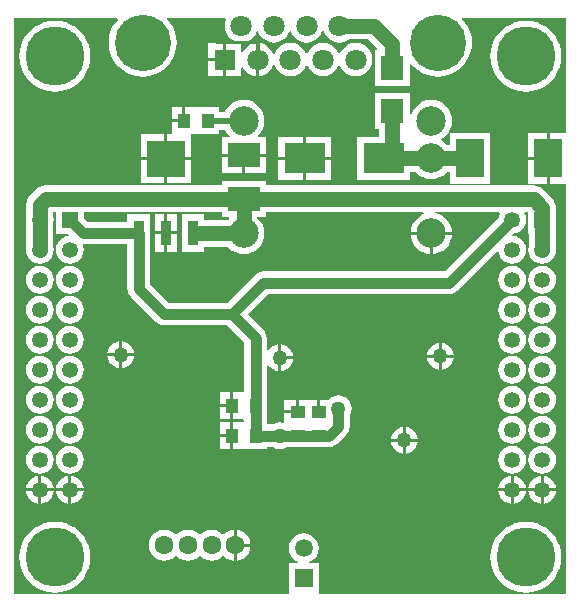
<source format=gbl>
%FSLAX25Y25*%
%MOIN*%
G70*
G01*
G75*
G04 Layer_Physical_Order=2*
G04 Layer_Color=16711680*
%ADD10R,0.05118X0.03937*%
%ADD11R,0.04724X0.05512*%
%ADD12R,0.04724X0.05512*%
%ADD13R,0.02362X0.06102*%
%ADD14O,0.02362X0.06102*%
%ADD15R,0.03937X0.05118*%
%ADD16R,0.04724X0.05118*%
%ADD17R,0.00984X0.05709*%
%ADD18R,0.05709X0.00984*%
%ADD19O,0.05709X0.00984*%
%ADD20C,0.01000*%
%ADD21C,0.02000*%
%ADD22C,0.05000*%
%ADD23C,0.09843*%
%ADD24R,0.05906X0.05906*%
%ADD25C,0.05906*%
%ADD26C,0.07087*%
%ADD27R,0.07087X0.07087*%
%ADD28C,0.18740*%
%ADD29C,0.06299*%
%ADD30C,0.05315*%
%ADD31R,0.05315X0.05315*%
%ADD32C,0.05000*%
%ADD33C,0.19685*%
%ADD34R,0.10827X0.08071*%
%ADD35R,0.07717X0.08032*%
%ADD36R,0.03543X0.08465*%
%ADD37R,0.03543X0.08465*%
%ADD38R,0.12795X0.12402*%
%ADD39R,0.09449X0.12992*%
%ADD40R,0.13780X0.10236*%
%ADD41C,0.03500*%
G36*
X759505Y544965D02*
X753992D01*
Y536499D01*
Y528035D01*
X759505D01*
Y391082D01*
X676921D01*
Y391579D01*
X676921D01*
Y401421D01*
X673880D01*
X673783Y401912D01*
X674482Y402201D01*
X675510Y402990D01*
X676299Y404018D01*
X676795Y405215D01*
X676964Y406500D01*
X676795Y407785D01*
X676299Y408982D01*
X675510Y410010D01*
X674482Y410799D01*
X673285Y411295D01*
X672000Y411464D01*
X670715Y411295D01*
X669518Y410799D01*
X668490Y410010D01*
X667701Y408982D01*
X667205Y407785D01*
X667036Y406500D01*
X667205Y405215D01*
X667701Y404018D01*
X668490Y402990D01*
X669518Y402201D01*
X670217Y401912D01*
X670120Y401421D01*
X667079D01*
Y391579D01*
X667079D01*
Y391435D01*
X666725Y391082D01*
X575346D01*
Y583115D01*
X609730D01*
X609939Y582661D01*
X609106Y581685D01*
X608173Y580163D01*
X607490Y578515D01*
X607073Y576779D01*
X606933Y575000D01*
X607073Y573221D01*
X607490Y571485D01*
X608173Y569837D01*
X609106Y568315D01*
X610265Y566958D01*
X611622Y565799D01*
X613144Y564866D01*
X614792Y564183D01*
X616528Y563766D01*
X618307Y563626D01*
X620086Y563766D01*
X621822Y564183D01*
X623471Y564866D01*
X624992Y565799D01*
X626349Y566958D01*
X627509Y568315D01*
X628441Y569837D01*
X629124Y571485D01*
X629541Y573221D01*
X629681Y575000D01*
X629541Y576779D01*
X629124Y578515D01*
X628441Y580163D01*
X627509Y581685D01*
X626349Y583042D01*
X626376Y583115D01*
X645772D01*
X646049Y582699D01*
X645772Y582029D01*
X645582Y580591D01*
X645772Y579152D01*
X646327Y577811D01*
X647211Y576659D01*
X648362Y575776D01*
X649242Y575412D01*
X649144Y574921D01*
X646189D01*
Y569408D01*
Y563898D01*
X651201D01*
Y566747D01*
X651691Y566844D01*
X651780Y566630D01*
X652663Y565478D01*
X653815Y564595D01*
X655156Y564040D01*
X656095Y563916D01*
Y569408D01*
Y574903D01*
X655156Y574779D01*
X653815Y574224D01*
X652663Y573341D01*
X651780Y572189D01*
X651691Y571975D01*
X651201Y572072D01*
Y574921D01*
X651201D01*
Y575039D01*
X652581Y575221D01*
X653921Y575776D01*
X655073Y576659D01*
X655956Y577811D01*
X656345Y578748D01*
X656845D01*
X657233Y577811D01*
X658116Y576659D01*
X659268Y575776D01*
X660608Y575221D01*
X662047Y575031D01*
X663486Y575221D01*
X664827Y575776D01*
X665978Y576659D01*
X666862Y577811D01*
X667250Y578748D01*
X667750D01*
X668138Y577811D01*
X669022Y576659D01*
X670173Y575776D01*
X671514Y575221D01*
X672953Y575031D01*
X674392Y575221D01*
X675732Y575776D01*
X676884Y576659D01*
X677767Y577811D01*
X678156Y578748D01*
X678655D01*
X679044Y577811D01*
X679927Y576659D01*
X681079Y575776D01*
X682419Y575221D01*
X683858Y575031D01*
X685297Y575221D01*
X686638Y575776D01*
X687039Y576084D01*
X693543D01*
X696554Y573072D01*
X696362Y572610D01*
X695673D01*
Y560642D01*
X707327D01*
Y567785D01*
X707796Y567958D01*
X708650Y566958D01*
X710008Y565799D01*
X711529Y564866D01*
X713178Y564183D01*
X714914Y563766D01*
X716693Y563626D01*
X718472Y563766D01*
X720208Y564183D01*
X721856Y564866D01*
X723378Y565799D01*
X724735Y566958D01*
X725894Y568315D01*
X726827Y569837D01*
X727510Y571485D01*
X727926Y573221D01*
X728067Y575000D01*
X727926Y576779D01*
X727510Y578515D01*
X726827Y580163D01*
X725894Y581685D01*
X724735Y583042D01*
X724762Y583115D01*
X759505D01*
Y544965D01*
D02*
G37*
%LPC*%
G36*
X751500Y450666D02*
X750292Y450507D01*
X749167Y450041D01*
X748201Y449299D01*
X747459Y448333D01*
X746993Y447208D01*
X746834Y446000D01*
X746993Y444792D01*
X747459Y443667D01*
X748201Y442701D01*
X749167Y441959D01*
X750292Y441493D01*
X751500Y441334D01*
X752708Y441493D01*
X753833Y441959D01*
X754799Y442701D01*
X755541Y443667D01*
X756007Y444792D01*
X756166Y446000D01*
X756007Y447208D01*
X755541Y448333D01*
X754799Y449299D01*
X753833Y450041D01*
X752708Y450507D01*
X751500Y450666D01*
D02*
G37*
G36*
X741500D02*
X740292Y450507D01*
X739167Y450041D01*
X738201Y449299D01*
X737459Y448333D01*
X736993Y447208D01*
X736834Y446000D01*
X736993Y444792D01*
X737459Y443667D01*
X738201Y442701D01*
X739167Y441959D01*
X740292Y441493D01*
X741500Y441334D01*
X742708Y441493D01*
X743833Y441959D01*
X744799Y442701D01*
X745541Y443667D01*
X746007Y444792D01*
X746166Y446000D01*
X746007Y447208D01*
X745541Y448333D01*
X744799Y449299D01*
X743833Y450041D01*
X742708Y450507D01*
X741500Y450666D01*
D02*
G37*
G36*
X647563Y448527D02*
X644126D01*
Y444500D01*
X647563D01*
Y448527D01*
D02*
G37*
G36*
X706000Y446941D02*
Y443000D01*
X709941D01*
X709854Y443667D01*
X709403Y444754D01*
X708687Y445687D01*
X707754Y446403D01*
X706667Y446853D01*
X706000Y446941D01*
D02*
G37*
G36*
X705000D02*
X704333Y446853D01*
X703246Y446403D01*
X702313Y445687D01*
X701597Y444754D01*
X701147Y443667D01*
X701059Y443000D01*
X705000D01*
Y446941D01*
D02*
G37*
G36*
X594000Y450666D02*
X592792Y450507D01*
X591667Y450041D01*
X590701Y449299D01*
X589959Y448333D01*
X589493Y447208D01*
X589334Y446000D01*
X589493Y444792D01*
X589959Y443667D01*
X590701Y442701D01*
X591667Y441959D01*
X592792Y441493D01*
X594000Y441334D01*
X595208Y441493D01*
X596333Y441959D01*
X597299Y442701D01*
X598041Y443667D01*
X598507Y444792D01*
X598666Y446000D01*
X598507Y447208D01*
X598041Y448333D01*
X597299Y449299D01*
X596333Y450041D01*
X595208Y450507D01*
X594000Y450666D01*
D02*
G37*
G36*
X705000Y442000D02*
X701059D01*
X701147Y441333D01*
X701597Y440246D01*
X702313Y439313D01*
X703246Y438597D01*
X704333Y438146D01*
X705000Y438059D01*
Y442000D01*
D02*
G37*
G36*
X751500Y440666D02*
X750292Y440507D01*
X749167Y440041D01*
X748201Y439299D01*
X747459Y438333D01*
X746993Y437208D01*
X746834Y436000D01*
X746993Y434792D01*
X747459Y433667D01*
X748201Y432701D01*
X749167Y431959D01*
X750292Y431493D01*
X751500Y431334D01*
X752708Y431493D01*
X753833Y431959D01*
X754799Y432701D01*
X755541Y433667D01*
X756007Y434792D01*
X756166Y436000D01*
X756007Y437208D01*
X755541Y438333D01*
X754799Y439299D01*
X753833Y440041D01*
X752708Y440507D01*
X751500Y440666D01*
D02*
G37*
G36*
X709941Y442000D02*
X706000D01*
Y438059D01*
X706667Y438146D01*
X707754Y438597D01*
X708687Y439313D01*
X709403Y440246D01*
X709854Y441333D01*
X709941Y442000D01*
D02*
G37*
G36*
X584000Y450666D02*
X582792Y450507D01*
X581667Y450041D01*
X580701Y449299D01*
X579959Y448333D01*
X579493Y447208D01*
X579334Y446000D01*
X579493Y444792D01*
X579959Y443667D01*
X580701Y442701D01*
X581667Y441959D01*
X582792Y441493D01*
X584000Y441334D01*
X585208Y441493D01*
X586333Y441959D01*
X587299Y442701D01*
X588041Y443667D01*
X588507Y444792D01*
X588666Y446000D01*
X588507Y447208D01*
X588041Y448333D01*
X587299Y449299D01*
X586333Y450041D01*
X585208Y450507D01*
X584000Y450666D01*
D02*
G37*
G36*
X647563Y443500D02*
X644126D01*
Y439472D01*
X647563D01*
Y443500D01*
D02*
G37*
G36*
Y453500D02*
X644126D01*
Y449473D01*
X647563D01*
Y453500D01*
D02*
G37*
G36*
X594000Y470666D02*
X592792Y470507D01*
X591667Y470041D01*
X590701Y469299D01*
X589959Y468333D01*
X589493Y467208D01*
X589334Y466000D01*
X589493Y464792D01*
X589959Y463667D01*
X590701Y462701D01*
X591667Y461959D01*
X592792Y461493D01*
X594000Y461334D01*
X595208Y461493D01*
X596333Y461959D01*
X597299Y462701D01*
X598041Y463667D01*
X598507Y464792D01*
X598666Y466000D01*
X598507Y467208D01*
X598041Y468333D01*
X597299Y469299D01*
X596333Y470041D01*
X595208Y470507D01*
X594000Y470666D01*
D02*
G37*
G36*
X584000D02*
X582792Y470507D01*
X581667Y470041D01*
X580701Y469299D01*
X579959Y468333D01*
X579493Y467208D01*
X579334Y466000D01*
X579493Y464792D01*
X579959Y463667D01*
X580701Y462701D01*
X581667Y461959D01*
X582792Y461493D01*
X584000Y461334D01*
X585208Y461493D01*
X586333Y461959D01*
X587299Y462701D01*
X588041Y463667D01*
X588507Y464792D01*
X588666Y466000D01*
X588507Y467208D01*
X588041Y468333D01*
X587299Y469299D01*
X586333Y470041D01*
X585208Y470507D01*
X584000Y470666D01*
D02*
G37*
G36*
X741500D02*
X740292Y470507D01*
X739167Y470041D01*
X738201Y469299D01*
X737459Y468333D01*
X736993Y467208D01*
X736834Y466000D01*
X736993Y464792D01*
X737459Y463667D01*
X738201Y462701D01*
X739167Y461959D01*
X740292Y461493D01*
X741500Y461334D01*
X742708Y461493D01*
X743833Y461959D01*
X744799Y462701D01*
X745541Y463667D01*
X746007Y464792D01*
X746166Y466000D01*
X746007Y467208D01*
X745541Y468333D01*
X744799Y469299D01*
X743833Y470041D01*
X742708Y470507D01*
X741500Y470666D01*
D02*
G37*
G36*
X668441Y469500D02*
X664500D01*
Y465559D01*
X665167Y465647D01*
X666254Y466097D01*
X667187Y466813D01*
X667903Y467746D01*
X668354Y468833D01*
X668441Y469500D01*
D02*
G37*
G36*
X751500Y470666D02*
X750292Y470507D01*
X749167Y470041D01*
X748201Y469299D01*
X747459Y468333D01*
X746993Y467208D01*
X746834Y466000D01*
X746993Y464792D01*
X747459Y463667D01*
X748201Y462701D01*
X749167Y461959D01*
X750292Y461493D01*
X751500Y461334D01*
X752708Y461493D01*
X753833Y461959D01*
X754799Y462701D01*
X755541Y463667D01*
X756007Y464792D01*
X756166Y466000D01*
X756007Y467208D01*
X755541Y468333D01*
X754799Y469299D01*
X753833Y470041D01*
X752708Y470507D01*
X751500Y470666D01*
D02*
G37*
G36*
X647563Y458528D02*
X644126D01*
Y454500D01*
X647563D01*
Y458528D01*
D02*
G37*
G36*
X594000Y460666D02*
X592792Y460507D01*
X591667Y460041D01*
X590701Y459299D01*
X589959Y458333D01*
X589493Y457208D01*
X589334Y456000D01*
X589493Y454792D01*
X589959Y453667D01*
X590701Y452701D01*
X591667Y451959D01*
X592792Y451493D01*
X594000Y451334D01*
X595208Y451493D01*
X596333Y451959D01*
X597299Y452701D01*
X598041Y453667D01*
X598507Y454792D01*
X598666Y456000D01*
X598507Y457208D01*
X598041Y458333D01*
X597299Y459299D01*
X596333Y460041D01*
X595208Y460507D01*
X594000Y460666D01*
D02*
G37*
G36*
X584000D02*
X582792Y460507D01*
X581667Y460041D01*
X580701Y459299D01*
X579959Y458333D01*
X579493Y457208D01*
X579334Y456000D01*
X579493Y454792D01*
X579959Y453667D01*
X580701Y452701D01*
X581667Y451959D01*
X582792Y451493D01*
X584000Y451334D01*
X585208Y451493D01*
X586333Y451959D01*
X587299Y452701D01*
X588041Y453667D01*
X588507Y454792D01*
X588666Y456000D01*
X588507Y457208D01*
X588041Y458333D01*
X587299Y459299D01*
X586333Y460041D01*
X585208Y460507D01*
X584000Y460666D01*
D02*
G37*
G36*
X741500D02*
X740292Y460507D01*
X739167Y460041D01*
X738201Y459299D01*
X737459Y458333D01*
X736993Y457208D01*
X736834Y456000D01*
X736993Y454792D01*
X737459Y453667D01*
X738201Y452701D01*
X739167Y451959D01*
X740292Y451493D01*
X741500Y451334D01*
X742708Y451493D01*
X743833Y451959D01*
X744799Y452701D01*
X745541Y453667D01*
X746007Y454792D01*
X746166Y456000D01*
X746007Y457208D01*
X745541Y458333D01*
X744799Y459299D01*
X743833Y460041D01*
X742708Y460507D01*
X741500Y460666D01*
D02*
G37*
G36*
X669500Y455874D02*
X665473D01*
Y452437D01*
X669500D01*
Y455874D01*
D02*
G37*
G36*
X751500Y460666D02*
X750292Y460507D01*
X749167Y460041D01*
X748201Y459299D01*
X747459Y458333D01*
X746993Y457208D01*
X746834Y456000D01*
X746993Y454792D01*
X747459Y453667D01*
X748201Y452701D01*
X749167Y451959D01*
X750292Y451493D01*
X751500Y451334D01*
X752708Y451493D01*
X753833Y451959D01*
X754799Y452701D01*
X755541Y453667D01*
X756007Y454792D01*
X756166Y456000D01*
X756007Y457208D01*
X755541Y458333D01*
X754799Y459299D01*
X753833Y460041D01*
X752708Y460507D01*
X751500Y460666D01*
D02*
G37*
G36*
X741500Y440666D02*
X740292Y440507D01*
X739167Y440041D01*
X738201Y439299D01*
X737459Y438333D01*
X736993Y437208D01*
X736834Y436000D01*
X736993Y434792D01*
X737459Y433667D01*
X738201Y432701D01*
X739167Y431959D01*
X740292Y431493D01*
X741500Y431334D01*
X742708Y431493D01*
X743833Y431959D01*
X744799Y432701D01*
X745541Y433667D01*
X746007Y434792D01*
X746166Y436000D01*
X746007Y437208D01*
X745541Y438333D01*
X744799Y439299D01*
X743833Y440041D01*
X742708Y440507D01*
X741500Y440666D01*
D02*
G37*
G36*
X593500Y425500D02*
X589400D01*
X589493Y424792D01*
X589959Y423667D01*
X590701Y422701D01*
X591667Y421959D01*
X592792Y421493D01*
X593500Y421400D01*
Y425500D01*
D02*
G37*
G36*
X588600D02*
X584500D01*
Y421400D01*
X585208Y421493D01*
X586333Y421959D01*
X587299Y422701D01*
X588041Y423667D01*
X588507Y424792D01*
X588600Y425500D01*
D02*
G37*
G36*
X598600D02*
X594500D01*
Y421400D01*
X595208Y421493D01*
X596333Y421959D01*
X597299Y422701D01*
X598041Y423667D01*
X598507Y424792D01*
X598600Y425500D01*
D02*
G37*
G36*
X746100D02*
X742000D01*
Y421400D01*
X742708Y421493D01*
X743833Y421959D01*
X744799Y422701D01*
X745541Y423667D01*
X746007Y424792D01*
X746100Y425500D01*
D02*
G37*
G36*
X741000D02*
X736900D01*
X736993Y424792D01*
X737459Y423667D01*
X738201Y422701D01*
X739167Y421959D01*
X740292Y421493D01*
X741000Y421400D01*
Y425500D01*
D02*
G37*
G36*
X583500D02*
X579400D01*
X579493Y424792D01*
X579959Y423667D01*
X580701Y422701D01*
X581667Y421959D01*
X582792Y421493D01*
X583500Y421400D01*
Y425500D01*
D02*
G37*
G36*
X746000Y415347D02*
X744147Y415202D01*
X742339Y414768D01*
X740621Y414056D01*
X739036Y413085D01*
X737622Y411877D01*
X736415Y410464D01*
X735444Y408879D01*
X734732Y407161D01*
X734298Y405353D01*
X734153Y403500D01*
X734298Y401647D01*
X734732Y399839D01*
X735444Y398121D01*
X736415Y396536D01*
X737622Y395123D01*
X739036Y393915D01*
X740621Y392944D01*
X742339Y392232D01*
X744147Y391798D01*
X746000Y391652D01*
X747853Y391798D01*
X749661Y392232D01*
X751379Y392944D01*
X752964Y393915D01*
X754378Y395123D01*
X755585Y396536D01*
X756556Y398121D01*
X757268Y399839D01*
X757702Y401647D01*
X757847Y403500D01*
X757702Y405353D01*
X757268Y407161D01*
X756556Y408879D01*
X755585Y410464D01*
X754378Y411877D01*
X752964Y413085D01*
X751379Y414056D01*
X749661Y414768D01*
X747853Y415202D01*
X746000Y415347D01*
D02*
G37*
G36*
X589000D02*
X587147Y415202D01*
X585339Y414768D01*
X583621Y414056D01*
X582036Y413085D01*
X580622Y411877D01*
X579415Y410464D01*
X578444Y408879D01*
X577732Y407161D01*
X577298Y405353D01*
X577152Y403500D01*
X577298Y401647D01*
X577732Y399839D01*
X578444Y398121D01*
X579415Y396536D01*
X580622Y395123D01*
X582036Y393915D01*
X583621Y392944D01*
X585339Y392232D01*
X587147Y391798D01*
X589000Y391652D01*
X590853Y391798D01*
X592661Y392232D01*
X594379Y392944D01*
X595964Y393915D01*
X597377Y395123D01*
X598585Y396536D01*
X599556Y398121D01*
X600268Y399839D01*
X600702Y401647D01*
X600847Y403500D01*
X600702Y405353D01*
X600268Y407161D01*
X599556Y408879D01*
X598585Y410464D01*
X597377Y411877D01*
X595964Y413085D01*
X594379Y414056D01*
X592661Y414768D01*
X590853Y415202D01*
X589000Y415347D01*
D02*
G37*
G36*
X654218Y407000D02*
X649622D01*
Y402404D01*
X650458Y402514D01*
X651703Y403029D01*
X652772Y403850D01*
X653593Y404919D01*
X654108Y406164D01*
X654218Y407000D01*
D02*
G37*
G36*
X641248Y412662D02*
X639912Y412486D01*
X638667Y411971D01*
X637598Y411150D01*
X637561Y411102D01*
X637061D01*
X637024Y411150D01*
X635955Y411971D01*
X634710Y412486D01*
X633374Y412662D01*
X632038Y412486D01*
X630793Y411971D01*
X629724Y411150D01*
X629687Y411102D01*
X629187D01*
X629150Y411150D01*
X628081Y411971D01*
X626836Y412486D01*
X625500Y412662D01*
X624164Y412486D01*
X622919Y411971D01*
X621850Y411150D01*
X621029Y410081D01*
X620514Y408836D01*
X620338Y407500D01*
X620514Y406164D01*
X621029Y404919D01*
X621850Y403850D01*
X622919Y403029D01*
X624164Y402514D01*
X625500Y402338D01*
X626836Y402514D01*
X628081Y403029D01*
X629150Y403850D01*
X629187Y403898D01*
X629687D01*
X629724Y403850D01*
X630793Y403029D01*
X632038Y402514D01*
X633374Y402338D01*
X634710Y402514D01*
X635955Y403029D01*
X637024Y403850D01*
X637061Y403898D01*
X637561D01*
X637598Y403850D01*
X638667Y403029D01*
X639912Y402514D01*
X641248Y402338D01*
X642584Y402514D01*
X643829Y403029D01*
X644898Y403850D01*
X644935Y403898D01*
X645435D01*
X645472Y403850D01*
X646541Y403029D01*
X647786Y402514D01*
X648622Y402404D01*
Y407499D01*
Y412596D01*
X647786Y412486D01*
X646541Y411971D01*
X645472Y411150D01*
X645435Y411102D01*
X644935D01*
X644898Y411150D01*
X643829Y411971D01*
X642584Y412486D01*
X641248Y412662D01*
D02*
G37*
G36*
X649622Y412596D02*
Y408000D01*
X654218D01*
X654108Y408836D01*
X653593Y410081D01*
X652772Y411150D01*
X651703Y411971D01*
X650458Y412486D01*
X649622Y412596D01*
D02*
G37*
G36*
X751000Y425500D02*
X746900D01*
X746993Y424792D01*
X747459Y423667D01*
X748201Y422701D01*
X749167Y421959D01*
X750292Y421493D01*
X751000Y421400D01*
Y425500D01*
D02*
G37*
G36*
Y430600D02*
X750292Y430507D01*
X749167Y430041D01*
X748201Y429299D01*
X747459Y428333D01*
X746993Y427208D01*
X746900Y426500D01*
X751000D01*
Y430600D01*
D02*
G37*
G36*
X742000D02*
Y426500D01*
X746100D01*
X746007Y427208D01*
X745541Y428333D01*
X744799Y429299D01*
X743833Y430041D01*
X742708Y430507D01*
X742000Y430600D01*
D02*
G37*
G36*
X752000D02*
Y426500D01*
X756100D01*
X756007Y427208D01*
X755541Y428333D01*
X754799Y429299D01*
X753833Y430041D01*
X752708Y430507D01*
X752000Y430600D01*
D02*
G37*
G36*
X594000Y440666D02*
X592792Y440507D01*
X591667Y440041D01*
X590701Y439299D01*
X589959Y438333D01*
X589493Y437208D01*
X589334Y436000D01*
X589493Y434792D01*
X589959Y433667D01*
X590701Y432701D01*
X591667Y431959D01*
X592792Y431493D01*
X594000Y431334D01*
X595208Y431493D01*
X596333Y431959D01*
X597299Y432701D01*
X598041Y433667D01*
X598507Y434792D01*
X598666Y436000D01*
X598507Y437208D01*
X598041Y438333D01*
X597299Y439299D01*
X596333Y440041D01*
X595208Y440507D01*
X594000Y440666D01*
D02*
G37*
G36*
X584000D02*
X582792Y440507D01*
X581667Y440041D01*
X580701Y439299D01*
X579959Y438333D01*
X579493Y437208D01*
X579334Y436000D01*
X579493Y434792D01*
X579959Y433667D01*
X580701Y432701D01*
X581667Y431959D01*
X582792Y431493D01*
X584000Y431334D01*
X585208Y431493D01*
X586333Y431959D01*
X587299Y432701D01*
X588041Y433667D01*
X588507Y434792D01*
X588666Y436000D01*
X588507Y437208D01*
X588041Y438333D01*
X587299Y439299D01*
X586333Y440041D01*
X585208Y440507D01*
X584000Y440666D01*
D02*
G37*
G36*
X741000Y430600D02*
X740292Y430507D01*
X739167Y430041D01*
X738201Y429299D01*
X737459Y428333D01*
X736993Y427208D01*
X736900Y426500D01*
X741000D01*
Y430600D01*
D02*
G37*
G36*
X583500D02*
X582792Y430507D01*
X581667Y430041D01*
X580701Y429299D01*
X579959Y428333D01*
X579493Y427208D01*
X579400Y426500D01*
X583500D01*
Y430600D01*
D02*
G37*
G36*
X756100Y425500D02*
X752000D01*
Y421400D01*
X752708Y421493D01*
X753833Y421959D01*
X754799Y422701D01*
X755541Y423667D01*
X756007Y424792D01*
X756100Y425500D01*
D02*
G37*
G36*
X584500Y430600D02*
Y426500D01*
X588600D01*
X588507Y427208D01*
X588041Y428333D01*
X587299Y429299D01*
X586333Y430041D01*
X585208Y430507D01*
X584500Y430600D01*
D02*
G37*
G36*
X594500D02*
Y426500D01*
X598600D01*
X598507Y427208D01*
X598041Y428333D01*
X597299Y429299D01*
X596333Y430041D01*
X595208Y430507D01*
X594500Y430600D01*
D02*
G37*
G36*
X593500D02*
X592792Y430507D01*
X591667Y430041D01*
X590701Y429299D01*
X589959Y428333D01*
X589493Y427208D01*
X589400Y426500D01*
X593500D01*
Y430600D01*
D02*
G37*
G36*
X717000Y470000D02*
X713059D01*
X713146Y469334D01*
X713597Y468247D01*
X714313Y467313D01*
X715246Y466597D01*
X716333Y466147D01*
X717000Y466059D01*
Y470000D01*
D02*
G37*
G36*
X651980Y555943D02*
X650630Y555810D01*
X649331Y555416D01*
X648134Y554776D01*
X647085Y553915D01*
X646224Y552866D01*
X645768Y552014D01*
X643874D01*
Y553527D01*
X636354D01*
X636354Y553528D01*
Y553527D01*
X636000Y553528D01*
X636000D01*
X636000D01*
X635646Y553527D01*
X635646Y553528D01*
Y553527D01*
X632563D01*
Y548999D01*
X632064D01*
Y548500D01*
X628126D01*
Y544555D01*
X626500D01*
Y536886D01*
X634366D01*
Y544473D01*
X636000D01*
Y544472D01*
X636000D01*
X636000Y544472D01*
X636354Y544473D01*
X636354Y544472D01*
Y544473D01*
X643874D01*
Y546026D01*
X645768D01*
X646224Y545173D01*
X647085Y544124D01*
X647277Y543967D01*
X647108Y543496D01*
X644618D01*
Y537992D01*
X659382D01*
Y543496D01*
X656852D01*
X656684Y543967D01*
X656876Y544124D01*
X657737Y545173D01*
X658376Y546370D01*
X658770Y547669D01*
X658903Y549020D01*
X658770Y550370D01*
X658376Y551669D01*
X657737Y552866D01*
X656876Y553915D01*
X655827Y554776D01*
X654630Y555416D01*
X653331Y555810D01*
X651980Y555943D01*
D02*
G37*
G36*
X589000Y582347D02*
X587147Y582202D01*
X585339Y581768D01*
X583621Y581056D01*
X582036Y580085D01*
X580622Y578877D01*
X579415Y577464D01*
X578444Y575879D01*
X577732Y574161D01*
X577298Y572353D01*
X577152Y570500D01*
X577298Y568647D01*
X577732Y566839D01*
X578444Y565121D01*
X579415Y563536D01*
X580622Y562122D01*
X582036Y560915D01*
X583621Y559944D01*
X585339Y559232D01*
X587147Y558798D01*
X589000Y558652D01*
X590853Y558798D01*
X592661Y559232D01*
X594379Y559944D01*
X595964Y560915D01*
X597377Y562122D01*
X598585Y563536D01*
X599556Y565121D01*
X600268Y566839D01*
X600702Y568647D01*
X600847Y570500D01*
X600702Y572353D01*
X600268Y574161D01*
X599556Y575879D01*
X598585Y577464D01*
X597377Y578877D01*
X595964Y580085D01*
X594379Y581056D01*
X592661Y581768D01*
X590853Y582202D01*
X589000Y582347D01*
D02*
G37*
G36*
X707327Y558358D02*
X695673D01*
Y546390D01*
X696993D01*
Y543587D01*
X689831D01*
Y529413D01*
X707547D01*
Y531993D01*
X709286D01*
X709605Y531605D01*
X710654Y530744D01*
X711851Y530104D01*
X713149Y529710D01*
X714500Y529577D01*
X715851Y529710D01*
X717149Y530104D01*
X718346Y530744D01*
X719395Y531605D01*
X719714Y531993D01*
X720815D01*
Y528035D01*
X734201D01*
Y544965D01*
X720815D01*
Y541007D01*
X719714D01*
X719395Y541395D01*
X718346Y542256D01*
X717872Y542510D01*
Y543010D01*
X718346Y543263D01*
X719395Y544124D01*
X720256Y545173D01*
X720896Y546370D01*
X721290Y547669D01*
X721423Y549020D01*
X721290Y550370D01*
X720896Y551669D01*
X720256Y552866D01*
X719395Y553915D01*
X718346Y554776D01*
X717149Y555416D01*
X715851Y555810D01*
X714500Y555943D01*
X713149Y555810D01*
X711851Y555416D01*
X710654Y554776D01*
X709605Y553915D01*
X708744Y552866D01*
X708104Y551669D01*
X707821Y550738D01*
X707327Y550811D01*
Y558358D01*
D02*
G37*
G36*
X625500Y535886D02*
X617634D01*
Y528217D01*
X625500D01*
Y535886D01*
D02*
G37*
G36*
X752992Y536000D02*
X746799D01*
Y528035D01*
X752992D01*
Y536000D01*
D02*
G37*
G36*
X689311Y574969D02*
X687872Y574779D01*
X686531Y574224D01*
X685380Y573341D01*
X684496Y572189D01*
X684108Y571252D01*
X683608D01*
X683220Y572189D01*
X682337Y573341D01*
X681185Y574224D01*
X679844Y574779D01*
X678406Y574969D01*
X676967Y574779D01*
X675626Y574224D01*
X674474Y573341D01*
X673591Y572189D01*
X673203Y571252D01*
X672703D01*
X672315Y572189D01*
X671431Y573341D01*
X670280Y574224D01*
X668939Y574779D01*
X667500Y574969D01*
X666061Y574779D01*
X664720Y574224D01*
X663569Y573341D01*
X662685Y572189D01*
X662297Y571252D01*
X661797D01*
X661409Y572189D01*
X660526Y573341D01*
X659374Y574224D01*
X658033Y574779D01*
X657094Y574903D01*
Y569408D01*
Y563916D01*
X658033Y564040D01*
X659374Y564595D01*
X660526Y565478D01*
X661409Y566630D01*
X661797Y567567D01*
X662297D01*
X662685Y566630D01*
X663569Y565478D01*
X664720Y564595D01*
X666061Y564040D01*
X667500Y563850D01*
X668939Y564040D01*
X670280Y564595D01*
X671431Y565478D01*
X672315Y566630D01*
X672703Y567567D01*
X673203D01*
X673591Y566630D01*
X674474Y565478D01*
X675626Y564595D01*
X676967Y564040D01*
X678406Y563850D01*
X679844Y564040D01*
X681185Y564595D01*
X682337Y565478D01*
X683220Y566630D01*
X683608Y567567D01*
X684108D01*
X684496Y566630D01*
X685380Y565478D01*
X686531Y564595D01*
X687872Y564040D01*
X689311Y563850D01*
X690750Y564040D01*
X692091Y564595D01*
X693242Y565478D01*
X694126Y566630D01*
X694681Y567971D01*
X694870Y569410D01*
X694681Y570848D01*
X694126Y572189D01*
X693242Y573341D01*
X692091Y574224D01*
X690750Y574779D01*
X689311Y574969D01*
D02*
G37*
G36*
X659382Y528929D02*
X644618D01*
Y527432D01*
X585925D01*
X584759Y527279D01*
X584122Y527015D01*
X583672Y526828D01*
X582738Y526112D01*
X580813Y524187D01*
X580097Y523253D01*
X579646Y522166D01*
X579493Y521000D01*
Y517206D01*
X579334Y516000D01*
X579493Y514793D01*
Y507206D01*
X579334Y506000D01*
X579493Y504792D01*
X579959Y503667D01*
X580701Y502701D01*
X581667Y501959D01*
X582792Y501493D01*
X584000Y501334D01*
X585208Y501493D01*
X586333Y501959D01*
X587299Y502701D01*
X588041Y503667D01*
X588507Y504792D01*
X588666Y506000D01*
X588507Y507206D01*
Y514793D01*
X588666Y516000D01*
X588507Y517206D01*
Y518418D01*
X589374D01*
Y511374D01*
X593301D01*
X593592Y510968D01*
X593466Y510596D01*
X592792Y510507D01*
X591667Y510041D01*
X590701Y509299D01*
X589959Y508333D01*
X589493Y507208D01*
X589334Y506000D01*
X589493Y504792D01*
X589959Y503667D01*
X590701Y502701D01*
X591667Y501959D01*
X592792Y501493D01*
X594000Y501334D01*
X595208Y501493D01*
X596333Y501959D01*
X597299Y502701D01*
X598041Y503667D01*
X598507Y504792D01*
X598666Y506000D01*
X598507Y507208D01*
X598308Y507689D01*
X598417Y507832D01*
X613194D01*
Y493055D01*
X613194Y493055D01*
X613194D01*
X613322Y492084D01*
X613509Y491632D01*
X613697Y491180D01*
X614293Y490403D01*
X614293Y490403D01*
X614293Y490403D01*
X622848Y481848D01*
X622848Y481848D01*
X622848D01*
X622848Y481848D01*
X622848D01*
X622848Y481848D01*
Y481848D01*
Y481848D01*
D01*
D01*
X622848D01*
Y481848D01*
X623625Y481252D01*
X624324Y480962D01*
X624529Y480877D01*
X625500Y480749D01*
X625500Y480749D01*
X646447D01*
X652186Y475009D01*
Y458528D01*
X652000Y458528D01*
D01*
X652000D01*
Y458528D01*
X651647Y458528D01*
X651646Y458528D01*
Y458528D01*
X648563D01*
Y453999D01*
Y449473D01*
X651833D01*
X652186Y449119D01*
Y448527D01*
X652000Y448528D01*
D01*
X652000D01*
Y448528D01*
X651647Y448527D01*
X651646Y448528D01*
Y448527D01*
X648563D01*
Y443999D01*
Y439472D01*
X652000D01*
Y439472D01*
X652000D01*
X652000Y439472D01*
X652354Y439472D01*
X652354Y439472D01*
Y439472D01*
X659874D01*
Y440249D01*
X661548D01*
X661747Y440097D01*
X662833Y439646D01*
X664000Y439493D01*
X665167Y439646D01*
X666254Y440097D01*
X666292Y440126D01*
X681528D01*
Y440401D01*
X682375Y440752D01*
X683152Y441348D01*
X686152Y444348D01*
X686152Y444348D01*
X686152Y444348D01*
X686748Y445125D01*
X686936Y445577D01*
X687123Y446029D01*
X687251Y447000D01*
X687251Y447000D01*
X687251Y447000D01*
Y447000D01*
Y450548D01*
X687403Y450746D01*
X687853Y451833D01*
X688007Y453000D01*
X687853Y454167D01*
X687403Y455254D01*
X686687Y456187D01*
X685753Y456903D01*
X684666Y457353D01*
X683500Y457507D01*
X682334Y457353D01*
X681247Y456903D01*
X680313Y456187D01*
X680073Y455874D01*
X677500D01*
Y451936D01*
X676500D01*
Y455874D01*
X670500D01*
Y451936D01*
X670001D01*
Y451437D01*
X665473D01*
Y448692D01*
X665097Y448363D01*
X664000Y448507D01*
X662833Y448353D01*
X661747Y447903D01*
X661548Y447751D01*
X659874D01*
Y448527D01*
X659688D01*
Y449473D01*
X659874D01*
Y458528D01*
X659688D01*
Y467502D01*
X660161Y467663D01*
X660813Y466813D01*
X661747Y466097D01*
X662833Y465647D01*
X663500Y465559D01*
Y469999D01*
Y474441D01*
X662833Y474354D01*
X661747Y473903D01*
X660813Y473187D01*
X660161Y472337D01*
X659688Y472498D01*
Y476563D01*
X659688Y476563D01*
X659560Y477534D01*
X659475Y477739D01*
X659185Y478438D01*
X658589Y479215D01*
X653304Y484500D01*
X660053Y491249D01*
X720500D01*
X721471Y491377D01*
X721923Y491565D01*
X722375Y491752D01*
X723152Y492348D01*
X723152Y492348D01*
X723152Y492348D01*
X736431Y505627D01*
X736904Y505466D01*
X736993Y504792D01*
X737459Y503667D01*
X738201Y502701D01*
X739167Y501959D01*
X740292Y501493D01*
X741500Y501334D01*
X742708Y501493D01*
X743833Y501959D01*
X744799Y502701D01*
X745541Y503667D01*
X746007Y504792D01*
X746166Y506000D01*
X746007Y507208D01*
X745541Y508333D01*
X744799Y509299D01*
X743833Y510041D01*
X742708Y510507D01*
X741500Y510666D01*
X741490Y510686D01*
X742235Y511431D01*
X742708Y511493D01*
X743833Y511959D01*
X744799Y512701D01*
X745541Y513667D01*
X746007Y514792D01*
X746166Y516000D01*
X746007Y517208D01*
X745541Y518333D01*
X745583Y518418D01*
X746708D01*
X746874Y518252D01*
Y511374D01*
X746993D01*
Y507206D01*
X746834Y506000D01*
X746993Y504792D01*
X747459Y503667D01*
X748201Y502701D01*
X749167Y501959D01*
X750292Y501493D01*
X751500Y501334D01*
X752708Y501493D01*
X753833Y501959D01*
X754799Y502701D01*
X755541Y503667D01*
X756007Y504792D01*
X756166Y506000D01*
X756007Y507206D01*
Y511374D01*
X756126D01*
Y520626D01*
X755925D01*
X755854Y521167D01*
X755403Y522254D01*
X754687Y523187D01*
X751762Y526112D01*
X750828Y526828D01*
X749741Y527279D01*
X748575Y527432D01*
X659382D01*
Y528929D01*
D02*
G37*
G36*
X645189Y574921D02*
X640177D01*
Y569909D01*
X645189D01*
Y574921D01*
D02*
G37*
G36*
X746000Y582347D02*
X744147Y582202D01*
X742339Y581768D01*
X740621Y581056D01*
X739036Y580085D01*
X737622Y578877D01*
X736415Y577464D01*
X735444Y575879D01*
X734732Y574161D01*
X734298Y572353D01*
X734153Y570500D01*
X734298Y568647D01*
X734732Y566839D01*
X735444Y565121D01*
X736415Y563536D01*
X737622Y562122D01*
X739036Y560915D01*
X740621Y559944D01*
X742339Y559232D01*
X744147Y558798D01*
X746000Y558652D01*
X747853Y558798D01*
X749661Y559232D01*
X751379Y559944D01*
X752964Y560915D01*
X754378Y562122D01*
X755585Y563536D01*
X756556Y565121D01*
X757268Y566839D01*
X757702Y568647D01*
X757847Y570500D01*
X757702Y572353D01*
X757268Y574161D01*
X756556Y575879D01*
X755585Y577464D01*
X754378Y578877D01*
X752964Y580085D01*
X751379Y581056D01*
X749661Y581768D01*
X747853Y582202D01*
X746000Y582347D01*
D02*
G37*
G36*
X645189Y568910D02*
X640177D01*
Y563898D01*
X645189D01*
Y568910D01*
D02*
G37*
G36*
X671811Y543587D02*
X663453D01*
Y537000D01*
X671811D01*
Y543587D01*
D02*
G37*
G36*
X625500Y544555D02*
X617634D01*
Y536886D01*
X625500D01*
Y544555D01*
D02*
G37*
G36*
X681169Y543587D02*
X672811D01*
Y537000D01*
X681169D01*
Y543587D01*
D02*
G37*
G36*
X631563Y553527D02*
X628126D01*
Y549500D01*
X631563D01*
Y553527D01*
D02*
G37*
G36*
X752992Y544965D02*
X746799D01*
Y537000D01*
X752992D01*
Y544965D01*
D02*
G37*
G36*
X671811Y536000D02*
X663453D01*
Y529413D01*
X671811D01*
Y536000D01*
D02*
G37*
G36*
X634366Y535886D02*
X626500D01*
Y528217D01*
X634366D01*
Y535886D01*
D02*
G37*
G36*
X681169Y536000D02*
X672811D01*
Y529413D01*
X681169D01*
Y536000D01*
D02*
G37*
G36*
X659382Y536992D02*
X652500D01*
Y531488D01*
X659382D01*
Y536992D01*
D02*
G37*
G36*
X651500D02*
X644618D01*
Y531488D01*
X651500D01*
Y536992D01*
D02*
G37*
G36*
X584000Y480666D02*
X582792Y480507D01*
X581667Y480041D01*
X580701Y479299D01*
X579959Y478333D01*
X579493Y477208D01*
X579334Y476000D01*
X579493Y474792D01*
X579959Y473667D01*
X580701Y472701D01*
X581667Y471959D01*
X582792Y471493D01*
X584000Y471334D01*
X585208Y471493D01*
X586333Y471959D01*
X587299Y472701D01*
X588041Y473667D01*
X588507Y474792D01*
X588666Y476000D01*
X588507Y477208D01*
X588041Y478333D01*
X587299Y479299D01*
X586333Y480041D01*
X585208Y480507D01*
X584000Y480666D01*
D02*
G37*
G36*
X718000Y474941D02*
Y471000D01*
X721941D01*
X721853Y471666D01*
X721403Y472753D01*
X720687Y473687D01*
X719754Y474403D01*
X718667Y474854D01*
X718000Y474941D01*
D02*
G37*
G36*
X594000Y480666D02*
X592792Y480507D01*
X591667Y480041D01*
X590701Y479299D01*
X589959Y478333D01*
X589493Y477208D01*
X589334Y476000D01*
X589493Y474792D01*
X589959Y473667D01*
X590701Y472701D01*
X591667Y471959D01*
X592792Y471493D01*
X594000Y471334D01*
X595208Y471493D01*
X596333Y471959D01*
X597299Y472701D01*
X598041Y473667D01*
X598507Y474792D01*
X598666Y476000D01*
X598507Y477208D01*
X598041Y478333D01*
X597299Y479299D01*
X596333Y480041D01*
X595208Y480507D01*
X594000Y480666D01*
D02*
G37*
G36*
X751500D02*
X750292Y480507D01*
X749167Y480041D01*
X748201Y479299D01*
X747459Y478333D01*
X746993Y477208D01*
X746834Y476000D01*
X746993Y474792D01*
X747459Y473667D01*
X748201Y472701D01*
X749167Y471959D01*
X750292Y471493D01*
X751500Y471334D01*
X752708Y471493D01*
X753833Y471959D01*
X754799Y472701D01*
X755541Y473667D01*
X756007Y474792D01*
X756166Y476000D01*
X756007Y477208D01*
X755541Y478333D01*
X754799Y479299D01*
X753833Y480041D01*
X752708Y480507D01*
X751500Y480666D01*
D02*
G37*
G36*
X741500D02*
X740292Y480507D01*
X739167Y480041D01*
X738201Y479299D01*
X737459Y478333D01*
X736993Y477208D01*
X736834Y476000D01*
X736993Y474792D01*
X737459Y473667D01*
X738201Y472701D01*
X739167Y471959D01*
X740292Y471493D01*
X741500Y471334D01*
X742708Y471493D01*
X743833Y471959D01*
X744799Y472701D01*
X745541Y473667D01*
X746007Y474792D01*
X746166Y476000D01*
X746007Y477208D01*
X745541Y478333D01*
X744799Y479299D01*
X743833Y480041D01*
X742708Y480507D01*
X741500Y480666D01*
D02*
G37*
G36*
X610500Y470500D02*
X606559D01*
X606646Y469834D01*
X607097Y468747D01*
X607813Y467813D01*
X608746Y467097D01*
X609833Y466646D01*
X610500Y466559D01*
Y470500D01*
D02*
G37*
G36*
X721941Y470000D02*
X718000D01*
Y466059D01*
X718667Y466147D01*
X719754Y466597D01*
X720687Y467313D01*
X721403Y468247D01*
X721853Y469334D01*
X721941Y470000D01*
D02*
G37*
G36*
X615441Y470500D02*
X611500D01*
Y466559D01*
X612167Y466646D01*
X613253Y467097D01*
X614187Y467813D01*
X614903Y468747D01*
X615353Y469834D01*
X615441Y470500D01*
D02*
G37*
G36*
X717000Y474941D02*
X716333Y474854D01*
X715246Y474403D01*
X714313Y473687D01*
X713597Y472753D01*
X713146Y471666D01*
X713059Y471000D01*
X717000D01*
Y474941D01*
D02*
G37*
G36*
X664500Y474441D02*
Y470500D01*
X668441D01*
X668354Y471167D01*
X667903Y472254D01*
X667187Y473187D01*
X666254Y473903D01*
X665167Y474354D01*
X664500Y474441D01*
D02*
G37*
G36*
X610500Y475441D02*
X609833Y475353D01*
X608746Y474903D01*
X607813Y474187D01*
X607097Y473253D01*
X606646Y472166D01*
X606559Y471500D01*
X610500D01*
Y475441D01*
D02*
G37*
G36*
X584000Y500666D02*
X582792Y500507D01*
X581667Y500041D01*
X580701Y499299D01*
X579959Y498333D01*
X579493Y497208D01*
X579334Y496000D01*
X579493Y494792D01*
X579959Y493667D01*
X580701Y492701D01*
X581667Y491959D01*
X582792Y491493D01*
X584000Y491334D01*
X585208Y491493D01*
X586333Y491959D01*
X587299Y492701D01*
X588041Y493667D01*
X588507Y494792D01*
X588666Y496000D01*
X588507Y497208D01*
X588041Y498333D01*
X587299Y499299D01*
X586333Y500041D01*
X585208Y500507D01*
X584000Y500666D01*
D02*
G37*
G36*
X751500Y490666D02*
X750292Y490507D01*
X749167Y490041D01*
X748201Y489299D01*
X747459Y488333D01*
X746993Y487208D01*
X746834Y486000D01*
X746993Y484792D01*
X747459Y483667D01*
X748201Y482701D01*
X749167Y481959D01*
X750292Y481493D01*
X751500Y481334D01*
X752708Y481493D01*
X753833Y481959D01*
X754799Y482701D01*
X755541Y483667D01*
X756007Y484792D01*
X756166Y486000D01*
X756007Y487208D01*
X755541Y488333D01*
X754799Y489299D01*
X753833Y490041D01*
X752708Y490507D01*
X751500Y490666D01*
D02*
G37*
G36*
X741500Y500666D02*
X740292Y500507D01*
X739167Y500041D01*
X738201Y499299D01*
X737459Y498333D01*
X736993Y497208D01*
X736834Y496000D01*
X736993Y494792D01*
X737459Y493667D01*
X738201Y492701D01*
X739167Y491959D01*
X740292Y491493D01*
X741500Y491334D01*
X742708Y491493D01*
X743833Y491959D01*
X744799Y492701D01*
X745541Y493667D01*
X746007Y494792D01*
X746166Y496000D01*
X746007Y497208D01*
X745541Y498333D01*
X744799Y499299D01*
X743833Y500041D01*
X742708Y500507D01*
X741500Y500666D01*
D02*
G37*
G36*
X594000D02*
X592792Y500507D01*
X591667Y500041D01*
X590701Y499299D01*
X589959Y498333D01*
X589493Y497208D01*
X589334Y496000D01*
X589493Y494792D01*
X589959Y493667D01*
X590701Y492701D01*
X591667Y491959D01*
X592792Y491493D01*
X594000Y491334D01*
X595208Y491493D01*
X596333Y491959D01*
X597299Y492701D01*
X598041Y493667D01*
X598507Y494792D01*
X598666Y496000D01*
X598507Y497208D01*
X598041Y498333D01*
X597299Y499299D01*
X596333Y500041D01*
X595208Y500507D01*
X594000Y500666D01*
D02*
G37*
G36*
X751500D02*
X750292Y500507D01*
X749167Y500041D01*
X748201Y499299D01*
X747459Y498333D01*
X746993Y497208D01*
X746834Y496000D01*
X746993Y494792D01*
X747459Y493667D01*
X748201Y492701D01*
X749167Y491959D01*
X750292Y491493D01*
X751500Y491334D01*
X752708Y491493D01*
X753833Y491959D01*
X754799Y492701D01*
X755541Y493667D01*
X756007Y494792D01*
X756166Y496000D01*
X756007Y497208D01*
X755541Y498333D01*
X754799Y499299D01*
X753833Y500041D01*
X752708Y500507D01*
X751500Y500666D01*
D02*
G37*
G36*
X584000Y490666D02*
X582792Y490507D01*
X581667Y490041D01*
X580701Y489299D01*
X579959Y488333D01*
X579493Y487208D01*
X579334Y486000D01*
X579493Y484792D01*
X579959Y483667D01*
X580701Y482701D01*
X581667Y481959D01*
X582792Y481493D01*
X584000Y481334D01*
X585208Y481493D01*
X586333Y481959D01*
X587299Y482701D01*
X588041Y483667D01*
X588507Y484792D01*
X588666Y486000D01*
X588507Y487208D01*
X588041Y488333D01*
X587299Y489299D01*
X586333Y490041D01*
X585208Y490507D01*
X584000Y490666D01*
D02*
G37*
G36*
X611500Y475441D02*
Y471500D01*
X615441D01*
X615353Y472166D01*
X614903Y473253D01*
X614187Y474187D01*
X613253Y474903D01*
X612167Y475353D01*
X611500Y475441D01*
D02*
G37*
G36*
X741500Y490666D02*
X740292Y490507D01*
X739167Y490041D01*
X738201Y489299D01*
X737459Y488333D01*
X736993Y487208D01*
X736834Y486000D01*
X736993Y484792D01*
X737459Y483667D01*
X738201Y482701D01*
X739167Y481959D01*
X740292Y481493D01*
X741500Y481334D01*
X742708Y481493D01*
X743833Y481959D01*
X744799Y482701D01*
X745541Y483667D01*
X746007Y484792D01*
X746166Y486000D01*
X746007Y487208D01*
X745541Y488333D01*
X744799Y489299D01*
X743833Y490041D01*
X742708Y490507D01*
X741500Y490666D01*
D02*
G37*
G36*
X594000D02*
X592792Y490507D01*
X591667Y490041D01*
X590701Y489299D01*
X589959Y488333D01*
X589493Y487208D01*
X589334Y486000D01*
X589493Y484792D01*
X589959Y483667D01*
X590701Y482701D01*
X591667Y481959D01*
X592792Y481493D01*
X594000Y481334D01*
X595208Y481493D01*
X596333Y481959D01*
X597299Y482701D01*
X598041Y483667D01*
X598507Y484792D01*
X598666Y486000D01*
X598507Y487208D01*
X598041Y488333D01*
X597299Y489299D01*
X596333Y490041D01*
X595208Y490507D01*
X594000Y490666D01*
D02*
G37*
%LPD*%
G36*
X737322Y518002D02*
X736993Y517208D01*
X736931Y516735D01*
X718947Y498751D01*
X658500D01*
X657529Y498623D01*
X657077Y498435D01*
X656625Y498248D01*
X655848Y497652D01*
X646447Y488251D01*
X627053D01*
X620695Y494609D01*
Y511583D01*
X620685Y511662D01*
Y517783D01*
X613205D01*
Y515333D01*
X599971D01*
X598626Y516678D01*
Y518418D01*
X644618D01*
Y516921D01*
X646984D01*
X647152Y516451D01*
X647085Y516395D01*
X646766Y516007D01*
X638795D01*
Y517783D01*
X631315D01*
Y505382D01*
X638795D01*
Y506993D01*
X646766D01*
X647085Y506605D01*
X648134Y505744D01*
X649331Y505104D01*
X650630Y504710D01*
X651980Y504577D01*
X653331Y504710D01*
X654630Y505104D01*
X655827Y505744D01*
X656876Y506605D01*
X657737Y507654D01*
X658376Y508851D01*
X658770Y510149D01*
X658903Y511500D01*
X658770Y512851D01*
X658376Y514149D01*
X657737Y515346D01*
X656876Y516395D01*
X656487Y516714D01*
Y516921D01*
X659382D01*
Y518418D01*
X711868D01*
X711941Y517923D01*
X711851Y517896D01*
X710654Y517256D01*
X709605Y516395D01*
X708744Y515346D01*
X708104Y514149D01*
X707710Y512851D01*
X707626Y512000D01*
X721374D01*
X721290Y512851D01*
X720896Y514149D01*
X720256Y515346D01*
X719395Y516395D01*
X718346Y517256D01*
X717149Y517896D01*
X715851Y518290D01*
X715857Y518418D01*
X737044D01*
X737322Y518002D01*
D02*
G37*
%LPC*%
G36*
X625500Y511083D02*
X622260D01*
Y505382D01*
X625500D01*
Y511083D01*
D02*
G37*
G36*
X721374Y511000D02*
X715000D01*
Y504626D01*
X715851Y504710D01*
X717149Y505104D01*
X718346Y505744D01*
X719395Y506605D01*
X720256Y507654D01*
X720896Y508851D01*
X721290Y510149D01*
X721374Y511000D01*
D02*
G37*
G36*
X714000D02*
X707626D01*
X707710Y510149D01*
X708104Y508851D01*
X708744Y507654D01*
X709605Y506605D01*
X710654Y505744D01*
X711851Y505104D01*
X713149Y504710D01*
X714000Y504626D01*
Y511000D01*
D02*
G37*
G36*
X629740Y517783D02*
X626500D01*
Y512083D01*
X629740D01*
Y517783D01*
D02*
G37*
G36*
X625500D02*
X622260D01*
Y512083D01*
X625500D01*
Y517783D01*
D02*
G37*
G36*
X629740Y511083D02*
X626500D01*
Y505382D01*
X629740D01*
Y511083D01*
D02*
G37*
%LPD*%
D10*
X677000Y444063D02*
D03*
Y451937D02*
D03*
X670000Y444063D02*
D03*
Y451937D02*
D03*
D15*
X655937Y454000D02*
D03*
X648063D02*
D03*
X639937Y549000D02*
D03*
X632063D02*
D03*
X655937Y444000D02*
D03*
X648063D02*
D03*
D20*
X642594Y575406D02*
X656595D01*
Y569410D02*
Y575406D01*
D21*
X639937Y549020D02*
X651980D01*
D22*
X584000Y506000D02*
Y516000D01*
Y521000D01*
X585925Y522925D01*
X652000D01*
X751500Y506000D02*
Y516000D01*
Y520000D01*
X748575Y522925D02*
X751500Y520000D01*
X652000Y522925D02*
X748575D01*
X701500Y536500D02*
Y552374D01*
X714500Y536500D02*
X727508D01*
X651980Y511500D02*
Y522905D01*
X698689Y536500D02*
X700992Y534197D01*
X636000Y511500D02*
X651980D01*
X704500Y536500D02*
X714500D01*
X701500Y566626D02*
Y574500D01*
X695409Y580591D02*
X701500Y574500D01*
X683858Y580591D02*
X695409D01*
D23*
X714500Y511500D02*
D03*
Y536500D02*
D03*
Y549020D02*
D03*
X651980Y549020D02*
D03*
Y511500D02*
D03*
D24*
X672000Y396500D02*
D03*
D25*
Y406500D02*
D03*
D26*
X689311Y569410D02*
D03*
X683858Y580591D02*
D03*
X678406Y569410D02*
D03*
X672953Y580591D02*
D03*
X667500Y569410D02*
D03*
X662047Y580591D02*
D03*
X656595Y569410D02*
D03*
X651142Y580591D02*
D03*
D27*
X645689Y569410D02*
D03*
D28*
X618307Y575000D02*
D03*
X716693D02*
D03*
D29*
X625500Y407500D02*
D03*
X633374D02*
D03*
X641248D02*
D03*
X649122D02*
D03*
D30*
X751500Y466000D02*
D03*
X741500D02*
D03*
X751500Y456000D02*
D03*
X741500D02*
D03*
X751500Y446000D02*
D03*
X741500D02*
D03*
X751500Y436000D02*
D03*
X741500D02*
D03*
X751500Y426000D02*
D03*
X741500D02*
D03*
Y516000D02*
D03*
X751500Y506000D02*
D03*
X741500D02*
D03*
X751500Y496000D02*
D03*
X741500D02*
D03*
X751500Y486000D02*
D03*
X741500D02*
D03*
X751500Y476000D02*
D03*
X741500D02*
D03*
X594000Y466000D02*
D03*
X584000D02*
D03*
X594000Y456000D02*
D03*
X584000D02*
D03*
X594000Y446000D02*
D03*
X584000D02*
D03*
X594000Y436000D02*
D03*
X584000D02*
D03*
X594000Y426000D02*
D03*
X584000D02*
D03*
Y516000D02*
D03*
X594000Y506000D02*
D03*
X584000D02*
D03*
X594000Y496000D02*
D03*
X584000D02*
D03*
X594000Y486000D02*
D03*
X584000D02*
D03*
X594000Y476000D02*
D03*
X584000D02*
D03*
D31*
X751500Y516000D02*
D03*
X594000D02*
D03*
D32*
X664000Y470000D02*
D03*
X717500Y470500D02*
D03*
X705500Y442500D02*
D03*
X611000Y471000D02*
D03*
X683500Y453000D02*
D03*
X664000Y444000D02*
D03*
D33*
X746000Y570500D02*
D03*
X589000D02*
D03*
Y403500D02*
D03*
X746000D02*
D03*
D34*
X652000Y522925D02*
D03*
Y537492D02*
D03*
D35*
X701500Y552374D02*
D03*
Y566626D02*
D03*
D36*
X626000Y511583D02*
D03*
X616945D02*
D03*
D37*
X635055D02*
D03*
D38*
X626000Y536386D02*
D03*
D39*
X727508Y536500D02*
D03*
X753492D02*
D03*
D40*
X672311D02*
D03*
X698689D02*
D03*
D41*
X683311Y453063D02*
X683437Y452937D01*
X655937Y444000D02*
Y454000D01*
X720500Y495000D02*
X741500Y516000D01*
X658500Y495000D02*
X720500D01*
X648000Y484500D02*
X658500Y495000D01*
X625500Y484500D02*
X648000D01*
X616945Y493055D02*
X625500Y484500D01*
X594000Y516000D02*
X598417Y511583D01*
X616945D01*
X680500Y444000D02*
X683500Y447000D01*
Y453000D01*
X677000Y444063D02*
X680437D01*
X670000D02*
X677000D01*
X669937Y444000D02*
X670000Y444063D01*
X664000Y444000D02*
X669937D01*
X655937D02*
X664000D01*
X655937Y454000D02*
Y476563D01*
X648000Y484500D02*
X655937Y476563D01*
X616945Y493055D02*
Y511583D01*
M02*

</source>
